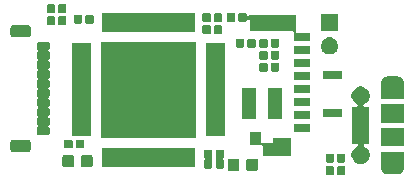
<source format=gbr>
G04 #@! TF.GenerationSoftware,KiCad,Pcbnew,(5.1.2-1)-1*
G04 #@! TF.CreationDate,2020-01-07T18:23:05-05:00*
G04 #@! TF.ProjectId,ARBO Mini,4152424f-204d-4696-9e69-2e6b69636164,rev?*
G04 #@! TF.SameCoordinates,Original*
G04 #@! TF.FileFunction,Soldermask,Top*
G04 #@! TF.FilePolarity,Negative*
%FSLAX46Y46*%
G04 Gerber Fmt 4.6, Leading zero omitted, Abs format (unit mm)*
G04 Created by KiCad (PCBNEW (5.1.2-1)-1) date 2020-01-07 18:23:05*
%MOMM*%
%LPD*%
G04 APERTURE LIST*
%ADD10C,0.100000*%
G04 APERTURE END LIST*
D10*
G36*
X134343538Y-67449716D02*
G01*
X134364157Y-67455971D01*
X134383153Y-67466124D01*
X134399808Y-67479792D01*
X134413476Y-67496447D01*
X134423629Y-67515443D01*
X134429884Y-67536062D01*
X134432600Y-67563640D01*
X134432600Y-68072360D01*
X134429884Y-68099938D01*
X134423629Y-68120557D01*
X134413476Y-68139553D01*
X134399808Y-68156208D01*
X134383153Y-68169876D01*
X134364157Y-68180029D01*
X134343538Y-68186284D01*
X134315960Y-68189000D01*
X133857240Y-68189000D01*
X133829662Y-68186284D01*
X133809043Y-68180029D01*
X133790047Y-68169876D01*
X133773392Y-68156208D01*
X133759724Y-68139553D01*
X133749571Y-68120557D01*
X133743316Y-68099938D01*
X133740600Y-68072360D01*
X133740600Y-67563640D01*
X133743316Y-67536062D01*
X133749571Y-67515443D01*
X133759724Y-67496447D01*
X133773392Y-67479792D01*
X133790047Y-67466124D01*
X133809043Y-67455971D01*
X133829662Y-67449716D01*
X133857240Y-67447000D01*
X134315960Y-67447000D01*
X134343538Y-67449716D01*
X134343538Y-67449716D01*
G37*
G36*
X133373538Y-67449716D02*
G01*
X133394157Y-67455971D01*
X133413153Y-67466124D01*
X133429808Y-67479792D01*
X133443476Y-67496447D01*
X133453629Y-67515443D01*
X133459884Y-67536062D01*
X133462600Y-67563640D01*
X133462600Y-68072360D01*
X133459884Y-68099938D01*
X133453629Y-68120557D01*
X133443476Y-68139553D01*
X133429808Y-68156208D01*
X133413153Y-68169876D01*
X133394157Y-68180029D01*
X133373538Y-68186284D01*
X133345960Y-68189000D01*
X132887240Y-68189000D01*
X132859662Y-68186284D01*
X132839043Y-68180029D01*
X132820047Y-68169876D01*
X132803392Y-68156208D01*
X132789724Y-68139553D01*
X132779571Y-68120557D01*
X132773316Y-68099938D01*
X132770600Y-68072360D01*
X132770600Y-67563640D01*
X132773316Y-67536062D01*
X132779571Y-67515443D01*
X132789724Y-67496447D01*
X132803392Y-67479792D01*
X132820047Y-67466124D01*
X132839043Y-67455971D01*
X132859662Y-67449716D01*
X132887240Y-67447000D01*
X133345960Y-67447000D01*
X133373538Y-67449716D01*
X133373538Y-67449716D01*
G37*
G36*
X139431000Y-67424286D02*
G01*
X139431602Y-67436538D01*
X139434149Y-67462400D01*
X139431602Y-67488262D01*
X139431000Y-67500514D01*
X139431000Y-67573806D01*
X139422043Y-67590564D01*
X139417915Y-67602101D01*
X139403958Y-67648110D01*
X139384354Y-67712736D01*
X139323906Y-67825825D01*
X139242554Y-67924954D01*
X139143425Y-68006306D01*
X139030336Y-68066754D01*
X139011855Y-68072360D01*
X138907618Y-68103980D01*
X138843855Y-68110260D01*
X138811974Y-68113400D01*
X138048026Y-68113400D01*
X138016145Y-68110260D01*
X137952382Y-68103980D01*
X137848145Y-68072360D01*
X137829664Y-68066754D01*
X137716575Y-68006306D01*
X137617446Y-67924954D01*
X137536094Y-67825825D01*
X137475646Y-67712736D01*
X137456042Y-67648110D01*
X137442087Y-67602108D01*
X137432713Y-67579475D01*
X137429000Y-67573918D01*
X137429000Y-67500514D01*
X137428398Y-67488262D01*
X137425851Y-67462400D01*
X137428398Y-67436538D01*
X137429000Y-67424286D01*
X137429000Y-66211400D01*
X139431000Y-66211400D01*
X139431000Y-67424286D01*
X139431000Y-67424286D01*
G37*
G36*
X126885091Y-66788085D02*
G01*
X126919069Y-66798393D01*
X126950390Y-66815134D01*
X126977839Y-66837661D01*
X127000366Y-66865110D01*
X127017107Y-66896431D01*
X127027415Y-66930409D01*
X127031500Y-66971890D01*
X127031500Y-67648110D01*
X127027415Y-67689591D01*
X127017107Y-67723569D01*
X127000366Y-67754890D01*
X126977839Y-67782339D01*
X126950390Y-67804866D01*
X126919069Y-67821607D01*
X126885091Y-67831915D01*
X126843610Y-67836000D01*
X126242390Y-67836000D01*
X126200909Y-67831915D01*
X126166931Y-67821607D01*
X126135610Y-67804866D01*
X126108161Y-67782339D01*
X126085634Y-67754890D01*
X126068893Y-67723569D01*
X126058585Y-67689591D01*
X126054500Y-67648110D01*
X126054500Y-66971890D01*
X126058585Y-66930409D01*
X126068893Y-66896431D01*
X126085634Y-66865110D01*
X126108161Y-66837661D01*
X126135610Y-66815134D01*
X126166931Y-66798393D01*
X126200909Y-66788085D01*
X126242390Y-66784000D01*
X126843610Y-66784000D01*
X126885091Y-66788085D01*
X126885091Y-66788085D01*
G37*
G36*
X125310091Y-66788085D02*
G01*
X125344069Y-66798393D01*
X125375390Y-66815134D01*
X125402839Y-66837661D01*
X125425366Y-66865110D01*
X125442107Y-66896431D01*
X125452415Y-66930409D01*
X125456500Y-66971890D01*
X125456500Y-67648110D01*
X125452415Y-67689591D01*
X125442107Y-67723569D01*
X125425366Y-67754890D01*
X125402839Y-67782339D01*
X125375390Y-67804866D01*
X125344069Y-67821607D01*
X125310091Y-67831915D01*
X125268610Y-67836000D01*
X124667390Y-67836000D01*
X124625909Y-67831915D01*
X124591931Y-67821607D01*
X124560610Y-67804866D01*
X124533161Y-67782339D01*
X124510634Y-67754890D01*
X124493893Y-67723569D01*
X124483585Y-67689591D01*
X124479500Y-67648110D01*
X124479500Y-66971890D01*
X124483585Y-66930409D01*
X124493893Y-66896431D01*
X124510634Y-66865110D01*
X124533161Y-66837661D01*
X124560610Y-66815134D01*
X124591931Y-66798393D01*
X124625909Y-66788085D01*
X124667390Y-66784000D01*
X125268610Y-66784000D01*
X125310091Y-66788085D01*
X125310091Y-66788085D01*
G37*
G36*
X124056538Y-66027316D02*
G01*
X124077157Y-66033571D01*
X124096153Y-66043724D01*
X124112808Y-66057392D01*
X124126476Y-66074047D01*
X124136629Y-66093043D01*
X124142884Y-66113662D01*
X124145600Y-66141240D01*
X124145600Y-66649960D01*
X124142884Y-66677538D01*
X124136629Y-66698157D01*
X124126476Y-66717153D01*
X124109774Y-66737504D01*
X124099178Y-66748100D01*
X124085564Y-66768474D01*
X124076186Y-66791113D01*
X124071405Y-66815146D01*
X124071405Y-66839650D01*
X124076185Y-66863683D01*
X124085562Y-66886322D01*
X124099175Y-66906697D01*
X124109774Y-66917296D01*
X124126476Y-66937647D01*
X124136629Y-66956643D01*
X124142884Y-66977262D01*
X124145600Y-67004840D01*
X124145600Y-67513560D01*
X124142884Y-67541138D01*
X124136629Y-67561757D01*
X124126476Y-67580753D01*
X124112808Y-67597408D01*
X124096153Y-67611076D01*
X124077157Y-67621229D01*
X124056538Y-67627484D01*
X124028960Y-67630200D01*
X123570240Y-67630200D01*
X123542662Y-67627484D01*
X123522043Y-67621229D01*
X123503047Y-67611076D01*
X123486392Y-67597408D01*
X123472724Y-67580753D01*
X123462571Y-67561757D01*
X123456316Y-67541138D01*
X123453600Y-67513560D01*
X123453600Y-67004840D01*
X123456316Y-66977262D01*
X123462571Y-66956643D01*
X123472724Y-66937647D01*
X123489426Y-66917296D01*
X123500022Y-66906700D01*
X123513636Y-66886326D01*
X123523014Y-66863687D01*
X123527795Y-66839654D01*
X123527795Y-66815150D01*
X123523015Y-66791117D01*
X123513638Y-66768478D01*
X123500025Y-66748103D01*
X123489426Y-66737504D01*
X123472724Y-66717153D01*
X123462571Y-66698157D01*
X123456316Y-66677538D01*
X123453600Y-66649960D01*
X123453600Y-66141240D01*
X123456316Y-66113662D01*
X123462571Y-66093043D01*
X123472724Y-66074047D01*
X123486392Y-66057392D01*
X123503047Y-66043724D01*
X123522043Y-66033571D01*
X123542662Y-66027316D01*
X123570240Y-66024600D01*
X124028960Y-66024600D01*
X124056538Y-66027316D01*
X124056538Y-66027316D01*
G37*
G36*
X123086538Y-66027316D02*
G01*
X123107157Y-66033571D01*
X123126153Y-66043724D01*
X123142808Y-66057392D01*
X123156476Y-66074047D01*
X123166629Y-66093043D01*
X123172884Y-66113662D01*
X123175600Y-66141240D01*
X123175600Y-66649960D01*
X123172884Y-66677538D01*
X123166629Y-66698157D01*
X123156476Y-66717153D01*
X123139774Y-66737504D01*
X123129178Y-66748100D01*
X123115564Y-66768474D01*
X123106186Y-66791113D01*
X123101405Y-66815146D01*
X123101405Y-66839650D01*
X123106185Y-66863683D01*
X123115562Y-66886322D01*
X123129175Y-66906697D01*
X123139774Y-66917296D01*
X123156476Y-66937647D01*
X123166629Y-66956643D01*
X123172884Y-66977262D01*
X123175600Y-67004840D01*
X123175600Y-67513560D01*
X123172884Y-67541138D01*
X123166629Y-67561757D01*
X123156476Y-67580753D01*
X123142808Y-67597408D01*
X123126153Y-67611076D01*
X123107157Y-67621229D01*
X123086538Y-67627484D01*
X123058960Y-67630200D01*
X122600240Y-67630200D01*
X122572662Y-67627484D01*
X122552043Y-67621229D01*
X122533047Y-67611076D01*
X122516392Y-67597408D01*
X122502724Y-67580753D01*
X122492571Y-67561757D01*
X122486316Y-67541138D01*
X122483600Y-67513560D01*
X122483600Y-67004840D01*
X122486316Y-66977262D01*
X122492571Y-66956643D01*
X122502724Y-66937647D01*
X122519426Y-66917296D01*
X122530022Y-66906700D01*
X122543636Y-66886326D01*
X122553014Y-66863687D01*
X122557795Y-66839654D01*
X122557795Y-66815150D01*
X122553015Y-66791117D01*
X122543638Y-66768478D01*
X122530025Y-66748103D01*
X122519426Y-66737504D01*
X122502724Y-66717153D01*
X122492571Y-66698157D01*
X122486316Y-66677538D01*
X122483600Y-66649960D01*
X122483600Y-66141240D01*
X122486316Y-66113662D01*
X122492571Y-66093043D01*
X122502724Y-66074047D01*
X122516392Y-66057392D01*
X122533047Y-66043724D01*
X122552043Y-66033571D01*
X122572662Y-66027316D01*
X122600240Y-66024600D01*
X123058960Y-66024600D01*
X123086538Y-66027316D01*
X123086538Y-66027316D01*
G37*
G36*
X112889491Y-66483285D02*
G01*
X112923469Y-66493593D01*
X112954790Y-66510334D01*
X112982239Y-66532861D01*
X113004766Y-66560310D01*
X113021507Y-66591631D01*
X113031815Y-66625609D01*
X113035900Y-66667090D01*
X113035900Y-67343310D01*
X113031815Y-67384791D01*
X113021507Y-67418769D01*
X113004766Y-67450090D01*
X112982239Y-67477539D01*
X112954790Y-67500066D01*
X112923469Y-67516807D01*
X112889491Y-67527115D01*
X112848010Y-67531200D01*
X112246790Y-67531200D01*
X112205309Y-67527115D01*
X112171331Y-67516807D01*
X112140010Y-67500066D01*
X112112561Y-67477539D01*
X112090034Y-67450090D01*
X112073293Y-67418769D01*
X112062985Y-67384791D01*
X112058900Y-67343310D01*
X112058900Y-66667090D01*
X112062985Y-66625609D01*
X112073293Y-66591631D01*
X112090034Y-66560310D01*
X112112561Y-66532861D01*
X112140010Y-66510334D01*
X112171331Y-66493593D01*
X112205309Y-66483285D01*
X112246790Y-66479200D01*
X112848010Y-66479200D01*
X112889491Y-66483285D01*
X112889491Y-66483285D01*
G37*
G36*
X111314491Y-66483285D02*
G01*
X111348469Y-66493593D01*
X111379790Y-66510334D01*
X111407239Y-66532861D01*
X111429766Y-66560310D01*
X111446507Y-66591631D01*
X111456815Y-66625609D01*
X111460900Y-66667090D01*
X111460900Y-67343310D01*
X111456815Y-67384791D01*
X111446507Y-67418769D01*
X111429766Y-67450090D01*
X111407239Y-67477539D01*
X111379790Y-67500066D01*
X111348469Y-67516807D01*
X111314491Y-67527115D01*
X111273010Y-67531200D01*
X110671790Y-67531200D01*
X110630309Y-67527115D01*
X110596331Y-67516807D01*
X110565010Y-67500066D01*
X110537561Y-67477539D01*
X110515034Y-67450090D01*
X110498293Y-67418769D01*
X110487985Y-67384791D01*
X110483900Y-67343310D01*
X110483900Y-66667090D01*
X110487985Y-66625609D01*
X110498293Y-66591631D01*
X110515034Y-66560310D01*
X110537561Y-66532861D01*
X110565010Y-66510334D01*
X110596331Y-66493593D01*
X110630309Y-66483285D01*
X110671790Y-66479200D01*
X111273010Y-66479200D01*
X111314491Y-66483285D01*
X111314491Y-66483285D01*
G37*
G36*
X121731000Y-67461000D02*
G01*
X113829000Y-67461000D01*
X113829000Y-65859000D01*
X121731000Y-65859000D01*
X121731000Y-67461000D01*
X121731000Y-67461000D01*
G37*
G36*
X135956348Y-60716220D02*
G01*
X135956350Y-60716221D01*
X135956351Y-60716221D01*
X136097574Y-60774717D01*
X136097577Y-60774719D01*
X136224669Y-60859639D01*
X136332761Y-60967731D01*
X136405865Y-61077139D01*
X136417683Y-61094826D01*
X136476179Y-61236049D01*
X136476180Y-61236052D01*
X136506000Y-61385969D01*
X136506000Y-61538831D01*
X136489713Y-61620714D01*
X136476179Y-61688751D01*
X136417683Y-61829974D01*
X136417681Y-61829977D01*
X136332761Y-61957069D01*
X136224669Y-62065161D01*
X136139940Y-62121775D01*
X136097574Y-62150083D01*
X136047272Y-62170919D01*
X136025664Y-62182468D01*
X136006722Y-62198014D01*
X135991177Y-62216956D01*
X135979626Y-62238566D01*
X135972513Y-62262015D01*
X135970111Y-62286401D01*
X135972513Y-62310787D01*
X135979626Y-62334236D01*
X135991177Y-62355847D01*
X136006723Y-62374789D01*
X136025665Y-62390334D01*
X136047275Y-62401885D01*
X136070724Y-62408998D01*
X136095110Y-62411400D01*
X136456000Y-62411400D01*
X136456000Y-65513400D01*
X136095110Y-65513400D01*
X136070724Y-65515802D01*
X136047275Y-65522915D01*
X136025664Y-65534466D01*
X136006722Y-65550011D01*
X135991177Y-65568953D01*
X135979626Y-65590564D01*
X135972513Y-65614013D01*
X135970111Y-65638399D01*
X135972513Y-65662785D01*
X135979626Y-65686234D01*
X135991177Y-65707845D01*
X136006722Y-65726787D01*
X136025664Y-65742332D01*
X136047272Y-65753881D01*
X136097574Y-65774717D01*
X136097575Y-65774718D01*
X136224669Y-65859639D01*
X136332761Y-65967731D01*
X136392670Y-66057392D01*
X136417683Y-66094826D01*
X136465969Y-66211400D01*
X136476180Y-66236052D01*
X136506000Y-66385969D01*
X136506000Y-66538831D01*
X136478410Y-66677538D01*
X136476179Y-66688751D01*
X136417683Y-66829974D01*
X136417681Y-66829977D01*
X136332761Y-66957069D01*
X136224669Y-67065161D01*
X136139304Y-67122200D01*
X136097574Y-67150083D01*
X135956351Y-67208579D01*
X135956350Y-67208579D01*
X135956348Y-67208580D01*
X135806431Y-67238400D01*
X135653569Y-67238400D01*
X135503652Y-67208580D01*
X135503650Y-67208579D01*
X135503649Y-67208579D01*
X135362426Y-67150083D01*
X135320696Y-67122200D01*
X135235331Y-67065161D01*
X135127239Y-66957069D01*
X135042319Y-66829977D01*
X135042317Y-66829974D01*
X134983821Y-66688751D01*
X134981591Y-66677538D01*
X134954000Y-66538831D01*
X134954000Y-66385969D01*
X134983820Y-66236052D01*
X134994031Y-66211400D01*
X135042317Y-66094826D01*
X135067330Y-66057392D01*
X135127239Y-65967731D01*
X135235331Y-65859639D01*
X135362425Y-65774718D01*
X135362426Y-65774717D01*
X135412728Y-65753881D01*
X135434336Y-65742332D01*
X135453278Y-65726786D01*
X135468823Y-65707844D01*
X135480374Y-65686234D01*
X135487487Y-65662785D01*
X135489889Y-65638399D01*
X135487487Y-65614013D01*
X135480374Y-65590564D01*
X135468823Y-65568953D01*
X135453277Y-65550011D01*
X135434335Y-65534466D01*
X135412725Y-65522915D01*
X135389276Y-65515802D01*
X135364890Y-65513400D01*
X135004000Y-65513400D01*
X135004000Y-62411400D01*
X135364890Y-62411400D01*
X135389276Y-62408998D01*
X135412725Y-62401885D01*
X135434336Y-62390334D01*
X135453278Y-62374789D01*
X135468823Y-62355847D01*
X135480374Y-62334236D01*
X135487487Y-62310787D01*
X135489889Y-62286401D01*
X135487487Y-62262015D01*
X135480374Y-62238566D01*
X135468823Y-62216955D01*
X135453278Y-62198013D01*
X135434336Y-62182468D01*
X135412728Y-62170919D01*
X135362426Y-62150083D01*
X135320060Y-62121775D01*
X135235331Y-62065161D01*
X135127239Y-61957069D01*
X135042319Y-61829977D01*
X135042317Y-61829974D01*
X134983821Y-61688751D01*
X134970288Y-61620714D01*
X134954000Y-61538831D01*
X134954000Y-61385969D01*
X134983820Y-61236052D01*
X134983821Y-61236049D01*
X135042317Y-61094826D01*
X135054135Y-61077139D01*
X135127239Y-60967731D01*
X135235331Y-60859639D01*
X135362423Y-60774719D01*
X135362426Y-60774717D01*
X135503649Y-60716221D01*
X135503650Y-60716221D01*
X135503652Y-60716220D01*
X135653569Y-60686400D01*
X135806431Y-60686400D01*
X135956348Y-60716220D01*
X135956348Y-60716220D01*
G37*
G36*
X134343538Y-66382916D02*
G01*
X134364157Y-66389171D01*
X134383153Y-66399324D01*
X134399808Y-66412992D01*
X134413476Y-66429647D01*
X134423629Y-66448643D01*
X134429884Y-66469262D01*
X134432600Y-66496840D01*
X134432600Y-67005560D01*
X134429884Y-67033138D01*
X134423629Y-67053757D01*
X134413476Y-67072753D01*
X134399808Y-67089408D01*
X134383153Y-67103076D01*
X134364157Y-67113229D01*
X134343538Y-67119484D01*
X134315960Y-67122200D01*
X133857240Y-67122200D01*
X133829662Y-67119484D01*
X133809043Y-67113229D01*
X133790047Y-67103076D01*
X133773392Y-67089408D01*
X133759724Y-67072753D01*
X133749571Y-67053757D01*
X133743316Y-67033138D01*
X133740600Y-67005560D01*
X133740600Y-66496840D01*
X133743316Y-66469262D01*
X133749571Y-66448643D01*
X133759724Y-66429647D01*
X133773392Y-66412992D01*
X133790047Y-66399324D01*
X133809043Y-66389171D01*
X133829662Y-66382916D01*
X133857240Y-66380200D01*
X134315960Y-66380200D01*
X134343538Y-66382916D01*
X134343538Y-66382916D01*
G37*
G36*
X133373538Y-66382916D02*
G01*
X133394157Y-66389171D01*
X133413153Y-66399324D01*
X133429808Y-66412992D01*
X133443476Y-66429647D01*
X133453629Y-66448643D01*
X133459884Y-66469262D01*
X133462600Y-66496840D01*
X133462600Y-67005560D01*
X133459884Y-67033138D01*
X133453629Y-67053757D01*
X133443476Y-67072753D01*
X133429808Y-67089408D01*
X133413153Y-67103076D01*
X133394157Y-67113229D01*
X133373538Y-67119484D01*
X133345960Y-67122200D01*
X132887240Y-67122200D01*
X132859662Y-67119484D01*
X132839043Y-67113229D01*
X132820047Y-67103076D01*
X132803392Y-67089408D01*
X132789724Y-67072753D01*
X132779571Y-67053757D01*
X132773316Y-67033138D01*
X132770600Y-67005560D01*
X132770600Y-66496840D01*
X132773316Y-66469262D01*
X132779571Y-66448643D01*
X132789724Y-66429647D01*
X132803392Y-66412992D01*
X132820047Y-66399324D01*
X132839043Y-66389171D01*
X132859662Y-66382916D01*
X132887240Y-66380200D01*
X133345960Y-66380200D01*
X133373538Y-66382916D01*
X133373538Y-66382916D01*
G37*
G36*
X127281000Y-65349001D02*
G01*
X127283402Y-65373387D01*
X127290515Y-65396836D01*
X127302066Y-65418447D01*
X127317611Y-65437389D01*
X127336553Y-65452934D01*
X127358164Y-65464485D01*
X127381613Y-65471598D01*
X127405999Y-65474000D01*
X128194001Y-65474000D01*
X128218387Y-65471598D01*
X128241836Y-65464485D01*
X128263447Y-65452934D01*
X128282389Y-65437389D01*
X128297934Y-65418447D01*
X128309485Y-65396836D01*
X128316598Y-65373387D01*
X128319000Y-65349001D01*
X128319000Y-65024000D01*
X129821000Y-65024000D01*
X129821000Y-66576000D01*
X127429000Y-66576000D01*
X127429000Y-65750999D01*
X127426598Y-65726613D01*
X127419485Y-65703164D01*
X127407934Y-65681553D01*
X127392389Y-65662611D01*
X127373447Y-65647066D01*
X127351836Y-65635515D01*
X127328387Y-65628402D01*
X127304001Y-65626000D01*
X126329000Y-65626000D01*
X126329000Y-64574000D01*
X127281000Y-64574000D01*
X127281000Y-65349001D01*
X127281000Y-65349001D01*
G37*
G36*
X107633560Y-65210205D02*
G01*
X107668713Y-65220869D01*
X107701110Y-65238186D01*
X107729509Y-65261491D01*
X107752814Y-65289890D01*
X107770131Y-65322287D01*
X107780795Y-65357440D01*
X107785000Y-65400140D01*
X107785000Y-66013860D01*
X107780795Y-66056560D01*
X107770131Y-66091713D01*
X107752814Y-66124110D01*
X107729509Y-66152509D01*
X107701110Y-66175814D01*
X107668713Y-66193131D01*
X107633560Y-66203795D01*
X107590860Y-66208000D01*
X106277140Y-66208000D01*
X106234440Y-66203795D01*
X106199287Y-66193131D01*
X106166890Y-66175814D01*
X106138491Y-66152509D01*
X106115186Y-66124110D01*
X106097869Y-66091713D01*
X106087205Y-66056560D01*
X106083000Y-66013860D01*
X106083000Y-65400140D01*
X106087205Y-65357440D01*
X106097869Y-65322287D01*
X106115186Y-65289890D01*
X106138491Y-65261491D01*
X106166890Y-65238186D01*
X106199287Y-65220869D01*
X106234440Y-65210205D01*
X106277140Y-65206000D01*
X107590860Y-65206000D01*
X107633560Y-65210205D01*
X107633560Y-65210205D01*
G37*
G36*
X111250138Y-65189116D02*
G01*
X111270757Y-65195371D01*
X111289753Y-65205524D01*
X111306408Y-65219192D01*
X111320076Y-65235847D01*
X111330229Y-65254843D01*
X111336484Y-65275462D01*
X111339200Y-65303040D01*
X111339200Y-65811760D01*
X111336484Y-65839338D01*
X111330229Y-65859957D01*
X111320076Y-65878953D01*
X111306408Y-65895608D01*
X111289753Y-65909276D01*
X111270757Y-65919429D01*
X111250138Y-65925684D01*
X111222560Y-65928400D01*
X110763840Y-65928400D01*
X110736262Y-65925684D01*
X110715643Y-65919429D01*
X110696647Y-65909276D01*
X110679992Y-65895608D01*
X110666324Y-65878953D01*
X110656171Y-65859957D01*
X110649916Y-65839338D01*
X110647200Y-65811760D01*
X110647200Y-65303040D01*
X110649916Y-65275462D01*
X110656171Y-65254843D01*
X110666324Y-65235847D01*
X110679992Y-65219192D01*
X110696647Y-65205524D01*
X110715643Y-65195371D01*
X110736262Y-65189116D01*
X110763840Y-65186400D01*
X111222560Y-65186400D01*
X111250138Y-65189116D01*
X111250138Y-65189116D01*
G37*
G36*
X112220138Y-65189116D02*
G01*
X112240757Y-65195371D01*
X112259753Y-65205524D01*
X112276408Y-65219192D01*
X112290076Y-65235847D01*
X112300229Y-65254843D01*
X112306484Y-65275462D01*
X112309200Y-65303040D01*
X112309200Y-65811760D01*
X112306484Y-65839338D01*
X112300229Y-65859957D01*
X112290076Y-65878953D01*
X112276408Y-65895608D01*
X112259753Y-65909276D01*
X112240757Y-65919429D01*
X112220138Y-65925684D01*
X112192560Y-65928400D01*
X111733840Y-65928400D01*
X111706262Y-65925684D01*
X111685643Y-65919429D01*
X111666647Y-65909276D01*
X111649992Y-65895608D01*
X111636324Y-65878953D01*
X111626171Y-65859957D01*
X111619916Y-65839338D01*
X111617200Y-65811760D01*
X111617200Y-65303040D01*
X111619916Y-65275462D01*
X111626171Y-65254843D01*
X111636324Y-65235847D01*
X111649992Y-65219192D01*
X111666647Y-65205524D01*
X111685643Y-65195371D01*
X111706262Y-65189116D01*
X111733840Y-65186400D01*
X112192560Y-65186400D01*
X112220138Y-65189116D01*
X112220138Y-65189116D01*
G37*
G36*
X139431000Y-65763400D02*
G01*
X137429000Y-65763400D01*
X137429000Y-64161400D01*
X139431000Y-64161400D01*
X139431000Y-65763400D01*
X139431000Y-65763400D01*
G37*
G36*
X121831000Y-65011000D02*
G01*
X113729000Y-65011000D01*
X113729000Y-56909000D01*
X121831000Y-56909000D01*
X121831000Y-65011000D01*
X121831000Y-65011000D01*
G37*
G36*
X112881000Y-64911000D02*
G01*
X111279000Y-64911000D01*
X111279000Y-57009000D01*
X112881000Y-57009000D01*
X112881000Y-64911000D01*
X112881000Y-64911000D01*
G37*
G36*
X124281000Y-64911000D02*
G01*
X122679000Y-64911000D01*
X122679000Y-57009000D01*
X124281000Y-57009000D01*
X124281000Y-64911000D01*
X124281000Y-64911000D01*
G37*
G36*
X109334051Y-56958284D02*
G01*
X109350443Y-56963257D01*
X109365555Y-56971334D01*
X109378798Y-56982202D01*
X109389666Y-56995445D01*
X109397743Y-57010557D01*
X109402716Y-57026949D01*
X109405000Y-57050141D01*
X109405000Y-57463859D01*
X109402716Y-57487051D01*
X109397743Y-57503443D01*
X109389666Y-57518555D01*
X109378798Y-57531798D01*
X109365553Y-57542667D01*
X109357894Y-57546761D01*
X109337520Y-57560374D01*
X109320193Y-57577701D01*
X109306579Y-57598076D01*
X109297202Y-57620714D01*
X109292421Y-57644748D01*
X109292421Y-57669252D01*
X109297201Y-57693285D01*
X109306579Y-57715924D01*
X109320192Y-57736298D01*
X109337519Y-57753625D01*
X109357894Y-57767239D01*
X109365553Y-57771333D01*
X109378798Y-57782202D01*
X109389666Y-57795445D01*
X109397743Y-57810557D01*
X109402716Y-57826949D01*
X109405000Y-57850141D01*
X109405000Y-58263859D01*
X109402716Y-58287051D01*
X109397743Y-58303443D01*
X109389666Y-58318555D01*
X109378798Y-58331798D01*
X109365553Y-58342667D01*
X109357894Y-58346761D01*
X109337520Y-58360374D01*
X109320193Y-58377701D01*
X109306579Y-58398076D01*
X109297202Y-58420714D01*
X109292421Y-58444748D01*
X109292421Y-58469252D01*
X109297201Y-58493285D01*
X109306579Y-58515924D01*
X109320192Y-58536298D01*
X109337519Y-58553625D01*
X109357894Y-58567239D01*
X109365553Y-58571333D01*
X109378798Y-58582202D01*
X109389666Y-58595445D01*
X109397743Y-58610557D01*
X109402716Y-58626949D01*
X109405000Y-58650141D01*
X109405000Y-59063859D01*
X109402716Y-59087051D01*
X109397743Y-59103443D01*
X109389666Y-59118555D01*
X109378798Y-59131798D01*
X109365553Y-59142667D01*
X109357894Y-59146761D01*
X109337520Y-59160374D01*
X109320193Y-59177701D01*
X109306579Y-59198076D01*
X109297202Y-59220714D01*
X109292421Y-59244748D01*
X109292421Y-59269252D01*
X109297201Y-59293285D01*
X109306579Y-59315924D01*
X109320192Y-59336298D01*
X109337519Y-59353625D01*
X109357894Y-59367239D01*
X109365553Y-59371333D01*
X109378798Y-59382202D01*
X109389666Y-59395445D01*
X109397743Y-59410557D01*
X109402716Y-59426949D01*
X109405000Y-59450141D01*
X109405000Y-59863859D01*
X109402716Y-59887051D01*
X109397743Y-59903443D01*
X109389666Y-59918555D01*
X109378798Y-59931798D01*
X109365553Y-59942667D01*
X109357894Y-59946761D01*
X109337520Y-59960374D01*
X109320193Y-59977701D01*
X109306579Y-59998076D01*
X109297202Y-60020714D01*
X109292421Y-60044748D01*
X109292421Y-60069252D01*
X109297201Y-60093285D01*
X109306579Y-60115924D01*
X109320192Y-60136298D01*
X109337519Y-60153625D01*
X109357894Y-60167239D01*
X109365553Y-60171333D01*
X109378798Y-60182202D01*
X109389666Y-60195445D01*
X109397743Y-60210557D01*
X109402716Y-60226949D01*
X109405000Y-60250141D01*
X109405000Y-60663859D01*
X109402716Y-60687051D01*
X109397743Y-60703443D01*
X109389666Y-60718555D01*
X109378798Y-60731798D01*
X109365553Y-60742667D01*
X109357894Y-60746761D01*
X109337520Y-60760374D01*
X109320193Y-60777701D01*
X109306579Y-60798076D01*
X109297202Y-60820714D01*
X109292421Y-60844748D01*
X109292421Y-60869252D01*
X109297201Y-60893285D01*
X109306579Y-60915924D01*
X109320192Y-60936298D01*
X109337519Y-60953625D01*
X109357894Y-60967239D01*
X109365553Y-60971333D01*
X109378798Y-60982202D01*
X109389666Y-60995445D01*
X109397743Y-61010557D01*
X109402716Y-61026949D01*
X109405000Y-61050141D01*
X109405000Y-61463859D01*
X109402716Y-61487051D01*
X109397743Y-61503443D01*
X109389666Y-61518555D01*
X109378798Y-61531798D01*
X109365553Y-61542667D01*
X109357894Y-61546761D01*
X109337520Y-61560374D01*
X109320193Y-61577701D01*
X109306579Y-61598076D01*
X109297202Y-61620714D01*
X109292421Y-61644748D01*
X109292421Y-61669252D01*
X109297201Y-61693285D01*
X109306579Y-61715924D01*
X109320192Y-61736298D01*
X109337519Y-61753625D01*
X109357894Y-61767239D01*
X109365553Y-61771333D01*
X109378798Y-61782202D01*
X109389666Y-61795445D01*
X109397743Y-61810557D01*
X109402716Y-61826949D01*
X109405000Y-61850141D01*
X109405000Y-62263859D01*
X109402716Y-62287051D01*
X109397743Y-62303443D01*
X109389666Y-62318555D01*
X109378798Y-62331798D01*
X109365553Y-62342667D01*
X109357894Y-62346761D01*
X109337520Y-62360374D01*
X109320193Y-62377701D01*
X109306579Y-62398076D01*
X109297202Y-62420714D01*
X109292421Y-62444748D01*
X109292421Y-62469252D01*
X109297201Y-62493285D01*
X109306579Y-62515924D01*
X109320192Y-62536298D01*
X109337519Y-62553625D01*
X109357894Y-62567239D01*
X109365553Y-62571333D01*
X109378798Y-62582202D01*
X109389666Y-62595445D01*
X109397743Y-62610557D01*
X109402716Y-62626949D01*
X109405000Y-62650141D01*
X109405000Y-63063859D01*
X109402716Y-63087051D01*
X109397743Y-63103443D01*
X109389666Y-63118555D01*
X109378798Y-63131798D01*
X109365553Y-63142667D01*
X109357894Y-63146761D01*
X109337520Y-63160374D01*
X109320193Y-63177701D01*
X109306579Y-63198076D01*
X109297202Y-63220714D01*
X109292421Y-63244748D01*
X109292421Y-63269252D01*
X109297201Y-63293285D01*
X109306579Y-63315924D01*
X109320192Y-63336298D01*
X109337519Y-63353625D01*
X109357894Y-63367239D01*
X109365553Y-63371333D01*
X109378798Y-63382202D01*
X109389666Y-63395445D01*
X109397743Y-63410557D01*
X109402716Y-63426949D01*
X109405000Y-63450141D01*
X109405000Y-63863859D01*
X109402716Y-63887051D01*
X109397743Y-63903443D01*
X109389666Y-63918555D01*
X109378798Y-63931798D01*
X109365553Y-63942667D01*
X109357894Y-63946761D01*
X109337520Y-63960374D01*
X109320193Y-63977701D01*
X109306579Y-63998076D01*
X109297202Y-64020714D01*
X109292421Y-64044748D01*
X109292421Y-64069252D01*
X109297201Y-64093285D01*
X109306579Y-64115924D01*
X109320192Y-64136298D01*
X109337519Y-64153625D01*
X109357894Y-64167239D01*
X109365553Y-64171333D01*
X109378798Y-64182202D01*
X109389666Y-64195445D01*
X109397743Y-64210557D01*
X109402716Y-64226949D01*
X109405000Y-64250141D01*
X109405000Y-64663859D01*
X109402716Y-64687051D01*
X109397743Y-64703443D01*
X109389666Y-64718555D01*
X109378798Y-64731798D01*
X109365555Y-64742666D01*
X109350443Y-64750743D01*
X109334051Y-64755716D01*
X109310859Y-64758000D01*
X108397141Y-64758000D01*
X108373949Y-64755716D01*
X108357557Y-64750743D01*
X108342445Y-64742666D01*
X108329202Y-64731798D01*
X108318334Y-64718555D01*
X108310257Y-64703443D01*
X108305284Y-64687051D01*
X108303000Y-64663859D01*
X108303000Y-64250141D01*
X108305284Y-64226949D01*
X108310257Y-64210557D01*
X108318334Y-64195445D01*
X108329202Y-64182202D01*
X108342447Y-64171333D01*
X108350106Y-64167239D01*
X108370480Y-64153626D01*
X108387807Y-64136299D01*
X108401421Y-64115924D01*
X108410798Y-64093286D01*
X108415579Y-64069252D01*
X108415579Y-64044748D01*
X108410799Y-64020715D01*
X108401421Y-63998076D01*
X108387808Y-63977702D01*
X108370481Y-63960375D01*
X108350106Y-63946761D01*
X108342447Y-63942667D01*
X108329202Y-63931798D01*
X108318334Y-63918555D01*
X108310257Y-63903443D01*
X108305284Y-63887051D01*
X108303000Y-63863859D01*
X108303000Y-63450141D01*
X108305284Y-63426949D01*
X108310257Y-63410557D01*
X108318334Y-63395445D01*
X108329202Y-63382202D01*
X108342447Y-63371333D01*
X108350106Y-63367239D01*
X108370480Y-63353626D01*
X108387807Y-63336299D01*
X108401421Y-63315924D01*
X108410798Y-63293286D01*
X108415579Y-63269252D01*
X108415579Y-63244748D01*
X108410799Y-63220715D01*
X108401421Y-63198076D01*
X108387808Y-63177702D01*
X108370481Y-63160375D01*
X108350106Y-63146761D01*
X108342447Y-63142667D01*
X108329202Y-63131798D01*
X108318334Y-63118555D01*
X108310257Y-63103443D01*
X108305284Y-63087051D01*
X108303000Y-63063859D01*
X108303000Y-62650141D01*
X108305284Y-62626949D01*
X108310257Y-62610557D01*
X108318334Y-62595445D01*
X108329202Y-62582202D01*
X108342447Y-62571333D01*
X108350106Y-62567239D01*
X108370480Y-62553626D01*
X108387807Y-62536299D01*
X108401421Y-62515924D01*
X108410798Y-62493286D01*
X108415579Y-62469252D01*
X108415579Y-62444748D01*
X108410799Y-62420715D01*
X108401421Y-62398076D01*
X108387808Y-62377702D01*
X108370481Y-62360375D01*
X108350106Y-62346761D01*
X108342447Y-62342667D01*
X108329202Y-62331798D01*
X108318334Y-62318555D01*
X108310257Y-62303443D01*
X108305284Y-62287051D01*
X108303000Y-62263859D01*
X108303000Y-61850141D01*
X108305284Y-61826949D01*
X108310257Y-61810557D01*
X108318334Y-61795445D01*
X108329202Y-61782202D01*
X108342447Y-61771333D01*
X108350106Y-61767239D01*
X108370480Y-61753626D01*
X108387807Y-61736299D01*
X108401421Y-61715924D01*
X108410798Y-61693286D01*
X108415579Y-61669252D01*
X108415579Y-61644748D01*
X108410799Y-61620715D01*
X108401421Y-61598076D01*
X108387808Y-61577702D01*
X108370481Y-61560375D01*
X108350106Y-61546761D01*
X108342447Y-61542667D01*
X108329202Y-61531798D01*
X108318334Y-61518555D01*
X108310257Y-61503443D01*
X108305284Y-61487051D01*
X108303000Y-61463859D01*
X108303000Y-61050141D01*
X108305284Y-61026949D01*
X108310257Y-61010557D01*
X108318334Y-60995445D01*
X108329202Y-60982202D01*
X108342447Y-60971333D01*
X108350106Y-60967239D01*
X108370480Y-60953626D01*
X108387807Y-60936299D01*
X108401421Y-60915924D01*
X108410798Y-60893286D01*
X108415579Y-60869252D01*
X108415579Y-60844748D01*
X108410799Y-60820715D01*
X108401421Y-60798076D01*
X108387808Y-60777702D01*
X108370481Y-60760375D01*
X108350106Y-60746761D01*
X108342447Y-60742667D01*
X108329202Y-60731798D01*
X108318334Y-60718555D01*
X108310257Y-60703443D01*
X108305284Y-60687051D01*
X108303000Y-60663859D01*
X108303000Y-60250141D01*
X108305284Y-60226949D01*
X108310257Y-60210557D01*
X108318334Y-60195445D01*
X108329202Y-60182202D01*
X108342447Y-60171333D01*
X108350106Y-60167239D01*
X108370480Y-60153626D01*
X108387807Y-60136299D01*
X108401421Y-60115924D01*
X108410798Y-60093286D01*
X108415579Y-60069252D01*
X108415579Y-60044748D01*
X108410799Y-60020715D01*
X108401421Y-59998076D01*
X108387808Y-59977702D01*
X108370481Y-59960375D01*
X108350106Y-59946761D01*
X108342447Y-59942667D01*
X108329202Y-59931798D01*
X108318334Y-59918555D01*
X108310257Y-59903443D01*
X108305284Y-59887051D01*
X108303000Y-59863859D01*
X108303000Y-59450141D01*
X108305284Y-59426949D01*
X108310257Y-59410557D01*
X108318334Y-59395445D01*
X108329202Y-59382202D01*
X108342447Y-59371333D01*
X108350106Y-59367239D01*
X108370480Y-59353626D01*
X108387807Y-59336299D01*
X108401421Y-59315924D01*
X108410798Y-59293286D01*
X108415579Y-59269252D01*
X108415579Y-59244748D01*
X108410799Y-59220715D01*
X108401421Y-59198076D01*
X108387808Y-59177702D01*
X108370481Y-59160375D01*
X108350106Y-59146761D01*
X108342447Y-59142667D01*
X108329202Y-59131798D01*
X108318334Y-59118555D01*
X108310257Y-59103443D01*
X108305284Y-59087051D01*
X108303000Y-59063859D01*
X108303000Y-58650141D01*
X108305284Y-58626949D01*
X108310257Y-58610557D01*
X108318334Y-58595445D01*
X108329202Y-58582202D01*
X108342447Y-58571333D01*
X108350106Y-58567239D01*
X108370480Y-58553626D01*
X108387807Y-58536299D01*
X108401421Y-58515924D01*
X108410798Y-58493286D01*
X108415579Y-58469252D01*
X108415579Y-58444748D01*
X108410799Y-58420715D01*
X108401421Y-58398076D01*
X108387808Y-58377702D01*
X108370481Y-58360375D01*
X108350106Y-58346761D01*
X108342447Y-58342667D01*
X108329202Y-58331798D01*
X108318334Y-58318555D01*
X108310257Y-58303443D01*
X108305284Y-58287051D01*
X108303000Y-58263859D01*
X108303000Y-57850141D01*
X108305284Y-57826949D01*
X108310257Y-57810557D01*
X108318334Y-57795445D01*
X108329202Y-57782202D01*
X108342447Y-57771333D01*
X108350106Y-57767239D01*
X108370480Y-57753626D01*
X108387807Y-57736299D01*
X108401421Y-57715924D01*
X108410798Y-57693286D01*
X108415579Y-57669252D01*
X108415579Y-57644748D01*
X108410799Y-57620715D01*
X108401421Y-57598076D01*
X108387808Y-57577702D01*
X108370481Y-57560375D01*
X108350106Y-57546761D01*
X108342447Y-57542667D01*
X108329202Y-57531798D01*
X108318334Y-57518555D01*
X108310257Y-57503443D01*
X108305284Y-57487051D01*
X108303000Y-57463859D01*
X108303000Y-57050141D01*
X108305284Y-57026949D01*
X108310257Y-57010557D01*
X108318334Y-56995445D01*
X108329202Y-56982202D01*
X108342445Y-56971334D01*
X108357557Y-56963257D01*
X108373949Y-56958284D01*
X108397141Y-56956000D01*
X109310859Y-56956000D01*
X109334051Y-56958284D01*
X109334051Y-56958284D01*
G37*
G36*
X131431000Y-64526000D02*
G01*
X130079000Y-64526000D01*
X130079000Y-63824000D01*
X131431000Y-63824000D01*
X131431000Y-64526000D01*
X131431000Y-64526000D01*
G37*
G36*
X139431000Y-63763400D02*
G01*
X137429000Y-63763400D01*
X137429000Y-62161400D01*
X139431000Y-62161400D01*
X139431000Y-63763400D01*
X139431000Y-63763400D01*
G37*
G36*
X126862000Y-63429000D02*
G01*
X125700000Y-63429000D01*
X125700000Y-60777000D01*
X126862000Y-60777000D01*
X126862000Y-63429000D01*
X126862000Y-63429000D01*
G37*
G36*
X129062000Y-63429000D02*
G01*
X127900000Y-63429000D01*
X127900000Y-60777000D01*
X129062000Y-60777000D01*
X129062000Y-63429000D01*
X129062000Y-63429000D01*
G37*
G36*
X131431000Y-63426000D02*
G01*
X130079000Y-63426000D01*
X130079000Y-62724000D01*
X131431000Y-62724000D01*
X131431000Y-63426000D01*
X131431000Y-63426000D01*
G37*
G36*
X134151000Y-63266000D02*
G01*
X132549000Y-63266000D01*
X132549000Y-62614000D01*
X134151000Y-62614000D01*
X134151000Y-63266000D01*
X134151000Y-63266000D01*
G37*
G36*
X131431000Y-62326000D02*
G01*
X130079000Y-62326000D01*
X130079000Y-61624000D01*
X131431000Y-61624000D01*
X131431000Y-62326000D01*
X131431000Y-62326000D01*
G37*
G36*
X138843855Y-59814540D02*
G01*
X138907618Y-59820820D01*
X138998404Y-59848360D01*
X139030336Y-59858046D01*
X139143425Y-59918494D01*
X139242554Y-59999846D01*
X139323906Y-60098975D01*
X139384354Y-60212064D01*
X139384355Y-60212068D01*
X139417913Y-60322692D01*
X139427287Y-60345325D01*
X139431000Y-60350882D01*
X139431000Y-60424286D01*
X139431602Y-60436538D01*
X139434149Y-60462400D01*
X139431602Y-60488262D01*
X139431000Y-60500514D01*
X139431000Y-61713400D01*
X137429000Y-61713400D01*
X137429000Y-60500514D01*
X137428398Y-60488262D01*
X137425851Y-60462400D01*
X137428398Y-60436538D01*
X137429000Y-60424286D01*
X137429000Y-60350994D01*
X137437957Y-60334236D01*
X137442085Y-60322699D01*
X137475645Y-60212068D01*
X137475646Y-60212064D01*
X137536094Y-60098975D01*
X137617446Y-59999846D01*
X137716575Y-59918494D01*
X137829664Y-59858046D01*
X137861596Y-59848360D01*
X137952382Y-59820820D01*
X138016145Y-59814540D01*
X138048026Y-59811400D01*
X138811974Y-59811400D01*
X138843855Y-59814540D01*
X138843855Y-59814540D01*
G37*
G36*
X131431000Y-61226000D02*
G01*
X130079000Y-61226000D01*
X130079000Y-60524000D01*
X131431000Y-60524000D01*
X131431000Y-61226000D01*
X131431000Y-61226000D01*
G37*
G36*
X131431000Y-60126000D02*
G01*
X130079000Y-60126000D01*
X130079000Y-59424000D01*
X131431000Y-59424000D01*
X131431000Y-60126000D01*
X131431000Y-60126000D01*
G37*
G36*
X134151000Y-60016000D02*
G01*
X132549000Y-60016000D01*
X132549000Y-59364000D01*
X134151000Y-59364000D01*
X134151000Y-60016000D01*
X134151000Y-60016000D01*
G37*
G36*
X127764938Y-58686716D02*
G01*
X127785557Y-58692971D01*
X127804553Y-58703124D01*
X127821208Y-58716792D01*
X127834876Y-58733447D01*
X127845029Y-58752443D01*
X127851284Y-58773062D01*
X127854000Y-58800640D01*
X127854000Y-59309360D01*
X127851284Y-59336938D01*
X127845029Y-59357557D01*
X127834876Y-59376553D01*
X127821208Y-59393208D01*
X127804553Y-59406876D01*
X127785557Y-59417029D01*
X127764938Y-59423284D01*
X127737360Y-59426000D01*
X127278640Y-59426000D01*
X127251062Y-59423284D01*
X127230443Y-59417029D01*
X127211447Y-59406876D01*
X127194792Y-59393208D01*
X127181124Y-59376553D01*
X127170971Y-59357557D01*
X127164716Y-59336938D01*
X127162000Y-59309360D01*
X127162000Y-58800640D01*
X127164716Y-58773062D01*
X127170971Y-58752443D01*
X127181124Y-58733447D01*
X127194792Y-58716792D01*
X127211447Y-58703124D01*
X127230443Y-58692971D01*
X127251062Y-58686716D01*
X127278640Y-58684000D01*
X127737360Y-58684000D01*
X127764938Y-58686716D01*
X127764938Y-58686716D01*
G37*
G36*
X128734938Y-58686716D02*
G01*
X128755557Y-58692971D01*
X128774553Y-58703124D01*
X128791208Y-58716792D01*
X128804876Y-58733447D01*
X128815029Y-58752443D01*
X128821284Y-58773062D01*
X128824000Y-58800640D01*
X128824000Y-59309360D01*
X128821284Y-59336938D01*
X128815029Y-59357557D01*
X128804876Y-59376553D01*
X128791208Y-59393208D01*
X128774553Y-59406876D01*
X128755557Y-59417029D01*
X128734938Y-59423284D01*
X128707360Y-59426000D01*
X128248640Y-59426000D01*
X128221062Y-59423284D01*
X128200443Y-59417029D01*
X128181447Y-59406876D01*
X128164792Y-59393208D01*
X128151124Y-59376553D01*
X128140971Y-59357557D01*
X128134716Y-59336938D01*
X128132000Y-59309360D01*
X128132000Y-58800640D01*
X128134716Y-58773062D01*
X128140971Y-58752443D01*
X128151124Y-58733447D01*
X128164792Y-58716792D01*
X128181447Y-58703124D01*
X128200443Y-58692971D01*
X128221062Y-58686716D01*
X128248640Y-58684000D01*
X128707360Y-58684000D01*
X128734938Y-58686716D01*
X128734938Y-58686716D01*
G37*
G36*
X131431000Y-59026000D02*
G01*
X130079000Y-59026000D01*
X130079000Y-58324000D01*
X131431000Y-58324000D01*
X131431000Y-59026000D01*
X131431000Y-59026000D01*
G37*
G36*
X128734938Y-57670716D02*
G01*
X128755557Y-57676971D01*
X128774553Y-57687124D01*
X128791208Y-57700792D01*
X128804876Y-57717447D01*
X128815029Y-57736443D01*
X128821284Y-57757062D01*
X128824000Y-57784640D01*
X128824000Y-58293360D01*
X128821284Y-58320938D01*
X128815029Y-58341557D01*
X128804876Y-58360553D01*
X128791208Y-58377208D01*
X128774553Y-58390876D01*
X128755557Y-58401029D01*
X128734938Y-58407284D01*
X128707360Y-58410000D01*
X128248640Y-58410000D01*
X128221062Y-58407284D01*
X128200443Y-58401029D01*
X128181447Y-58390876D01*
X128164792Y-58377208D01*
X128151124Y-58360553D01*
X128140971Y-58341557D01*
X128134716Y-58320938D01*
X128132000Y-58293360D01*
X128132000Y-57784640D01*
X128134716Y-57757062D01*
X128140971Y-57736443D01*
X128151124Y-57717447D01*
X128164792Y-57700792D01*
X128181447Y-57687124D01*
X128200443Y-57676971D01*
X128221062Y-57670716D01*
X128248640Y-57668000D01*
X128707360Y-57668000D01*
X128734938Y-57670716D01*
X128734938Y-57670716D01*
G37*
G36*
X127764938Y-57670716D02*
G01*
X127785557Y-57676971D01*
X127804553Y-57687124D01*
X127821208Y-57700792D01*
X127834876Y-57717447D01*
X127845029Y-57736443D01*
X127851284Y-57757062D01*
X127854000Y-57784640D01*
X127854000Y-58293360D01*
X127851284Y-58320938D01*
X127845029Y-58341557D01*
X127834876Y-58360553D01*
X127821208Y-58377208D01*
X127804553Y-58390876D01*
X127785557Y-58401029D01*
X127764938Y-58407284D01*
X127737360Y-58410000D01*
X127278640Y-58410000D01*
X127251062Y-58407284D01*
X127230443Y-58401029D01*
X127211447Y-58390876D01*
X127194792Y-58377208D01*
X127181124Y-58360553D01*
X127170971Y-58341557D01*
X127164716Y-58320938D01*
X127162000Y-58293360D01*
X127162000Y-57784640D01*
X127164716Y-57757062D01*
X127170971Y-57736443D01*
X127181124Y-57717447D01*
X127194792Y-57700792D01*
X127211447Y-57687124D01*
X127230443Y-57676971D01*
X127251062Y-57670716D01*
X127278640Y-57668000D01*
X127737360Y-57668000D01*
X127764938Y-57670716D01*
X127764938Y-57670716D01*
G37*
G36*
X133167213Y-56522502D02*
G01*
X133238321Y-56529505D01*
X133375172Y-56571019D01*
X133375175Y-56571020D01*
X133501294Y-56638432D01*
X133611843Y-56729157D01*
X133702568Y-56839706D01*
X133769980Y-56965825D01*
X133769981Y-56965828D01*
X133811495Y-57102679D01*
X133825512Y-57245000D01*
X133811495Y-57387321D01*
X133776269Y-57503443D01*
X133769980Y-57524175D01*
X133702568Y-57650294D01*
X133611843Y-57760843D01*
X133501294Y-57851568D01*
X133375175Y-57918980D01*
X133375172Y-57918981D01*
X133238321Y-57960495D01*
X133167213Y-57967498D01*
X133131660Y-57971000D01*
X133060340Y-57971000D01*
X133024787Y-57967498D01*
X132953679Y-57960495D01*
X132816828Y-57918981D01*
X132816825Y-57918980D01*
X132690706Y-57851568D01*
X132580157Y-57760843D01*
X132489432Y-57650294D01*
X132422020Y-57524175D01*
X132415731Y-57503443D01*
X132380505Y-57387321D01*
X132366488Y-57245000D01*
X132380505Y-57102679D01*
X132422019Y-56965828D01*
X132422020Y-56965825D01*
X132489432Y-56839706D01*
X132580157Y-56729157D01*
X132690706Y-56638432D01*
X132816825Y-56571020D01*
X132816828Y-56571019D01*
X132953679Y-56529505D01*
X133024787Y-56522502D01*
X133060340Y-56519000D01*
X133131660Y-56519000D01*
X133167213Y-56522502D01*
X133167213Y-56522502D01*
G37*
G36*
X131431000Y-57926000D02*
G01*
X130079000Y-57926000D01*
X130079000Y-57224000D01*
X131431000Y-57224000D01*
X131431000Y-57926000D01*
X131431000Y-57926000D01*
G37*
G36*
X125778938Y-56654716D02*
G01*
X125799557Y-56660971D01*
X125818553Y-56671124D01*
X125835208Y-56684792D01*
X125848876Y-56701447D01*
X125859029Y-56720443D01*
X125865284Y-56741062D01*
X125868000Y-56768640D01*
X125868000Y-57277360D01*
X125865284Y-57304938D01*
X125859029Y-57325557D01*
X125848876Y-57344553D01*
X125835208Y-57361208D01*
X125818553Y-57374876D01*
X125799557Y-57385029D01*
X125778938Y-57391284D01*
X125751360Y-57394000D01*
X125292640Y-57394000D01*
X125265062Y-57391284D01*
X125244443Y-57385029D01*
X125225447Y-57374876D01*
X125208792Y-57361208D01*
X125195124Y-57344553D01*
X125184971Y-57325557D01*
X125178716Y-57304938D01*
X125176000Y-57277360D01*
X125176000Y-56768640D01*
X125178716Y-56741062D01*
X125184971Y-56720443D01*
X125195124Y-56701447D01*
X125208792Y-56684792D01*
X125225447Y-56671124D01*
X125244443Y-56660971D01*
X125265062Y-56654716D01*
X125292640Y-56652000D01*
X125751360Y-56652000D01*
X125778938Y-56654716D01*
X125778938Y-56654716D01*
G37*
G36*
X126748938Y-56654716D02*
G01*
X126769557Y-56660971D01*
X126788553Y-56671124D01*
X126805208Y-56684792D01*
X126818876Y-56701447D01*
X126829029Y-56720443D01*
X126835284Y-56741062D01*
X126838000Y-56768640D01*
X126838000Y-57277360D01*
X126835284Y-57304938D01*
X126829029Y-57325557D01*
X126818876Y-57344553D01*
X126805208Y-57361208D01*
X126788553Y-57374876D01*
X126769557Y-57385029D01*
X126748938Y-57391284D01*
X126721360Y-57394000D01*
X126262640Y-57394000D01*
X126235062Y-57391284D01*
X126214443Y-57385029D01*
X126195447Y-57374876D01*
X126178792Y-57361208D01*
X126165124Y-57344553D01*
X126154971Y-57325557D01*
X126148716Y-57304938D01*
X126146000Y-57277360D01*
X126146000Y-56768640D01*
X126148716Y-56741062D01*
X126154971Y-56720443D01*
X126165124Y-56701447D01*
X126178792Y-56684792D01*
X126195447Y-56671124D01*
X126214443Y-56660971D01*
X126235062Y-56654716D01*
X126262640Y-56652000D01*
X126721360Y-56652000D01*
X126748938Y-56654716D01*
X126748938Y-56654716D01*
G37*
G36*
X127764938Y-56654716D02*
G01*
X127785557Y-56660971D01*
X127804553Y-56671124D01*
X127821208Y-56684792D01*
X127834876Y-56701447D01*
X127845029Y-56720443D01*
X127851284Y-56741062D01*
X127854000Y-56768640D01*
X127854000Y-57277360D01*
X127851284Y-57304938D01*
X127845029Y-57325557D01*
X127834876Y-57344553D01*
X127821208Y-57361208D01*
X127804553Y-57374876D01*
X127785557Y-57385029D01*
X127764938Y-57391284D01*
X127737360Y-57394000D01*
X127278640Y-57394000D01*
X127251062Y-57391284D01*
X127230443Y-57385029D01*
X127211447Y-57374876D01*
X127194792Y-57361208D01*
X127181124Y-57344553D01*
X127170971Y-57325557D01*
X127164716Y-57304938D01*
X127162000Y-57277360D01*
X127162000Y-56768640D01*
X127164716Y-56741062D01*
X127170971Y-56720443D01*
X127181124Y-56701447D01*
X127194792Y-56684792D01*
X127211447Y-56671124D01*
X127230443Y-56660971D01*
X127251062Y-56654716D01*
X127278640Y-56652000D01*
X127737360Y-56652000D01*
X127764938Y-56654716D01*
X127764938Y-56654716D01*
G37*
G36*
X128734938Y-56654716D02*
G01*
X128755557Y-56660971D01*
X128774553Y-56671124D01*
X128791208Y-56684792D01*
X128804876Y-56701447D01*
X128815029Y-56720443D01*
X128821284Y-56741062D01*
X128824000Y-56768640D01*
X128824000Y-57277360D01*
X128821284Y-57304938D01*
X128815029Y-57325557D01*
X128804876Y-57344553D01*
X128791208Y-57361208D01*
X128774553Y-57374876D01*
X128755557Y-57385029D01*
X128734938Y-57391284D01*
X128707360Y-57394000D01*
X128248640Y-57394000D01*
X128221062Y-57391284D01*
X128200443Y-57385029D01*
X128181447Y-57374876D01*
X128164792Y-57361208D01*
X128151124Y-57344553D01*
X128140971Y-57325557D01*
X128134716Y-57304938D01*
X128132000Y-57277360D01*
X128132000Y-56768640D01*
X128134716Y-56741062D01*
X128140971Y-56720443D01*
X128151124Y-56701447D01*
X128164792Y-56684792D01*
X128181447Y-56671124D01*
X128200443Y-56660971D01*
X128221062Y-56654716D01*
X128248640Y-56652000D01*
X128707360Y-56652000D01*
X128734938Y-56654716D01*
X128734938Y-56654716D01*
G37*
G36*
X125986938Y-54470316D02*
G01*
X126007557Y-54476571D01*
X126026553Y-54486724D01*
X126043208Y-54500392D01*
X126056876Y-54517047D01*
X126067029Y-54536043D01*
X126073284Y-54556662D01*
X126074604Y-54570066D01*
X126079384Y-54594099D01*
X126088762Y-54616738D01*
X126102375Y-54637112D01*
X126119702Y-54654439D01*
X126140076Y-54668053D01*
X126162715Y-54677430D01*
X126186749Y-54682211D01*
X126211253Y-54682211D01*
X126235286Y-54677431D01*
X126243569Y-54674000D01*
X130216000Y-54674000D01*
X130216000Y-55999001D01*
X130218402Y-56023387D01*
X130225515Y-56046836D01*
X130237066Y-56068447D01*
X130252611Y-56087389D01*
X130271553Y-56102934D01*
X130293164Y-56114485D01*
X130316613Y-56121598D01*
X130340999Y-56124000D01*
X131431000Y-56124000D01*
X131431000Y-56826000D01*
X130079000Y-56826000D01*
X130079000Y-56100999D01*
X130076598Y-56076613D01*
X130069485Y-56053164D01*
X130057934Y-56031553D01*
X130042389Y-56012611D01*
X130023447Y-55997066D01*
X130001836Y-55985515D01*
X129978387Y-55978402D01*
X129954001Y-55976000D01*
X126324000Y-55976000D01*
X126324000Y-55119386D01*
X126321598Y-55095000D01*
X126314485Y-55071551D01*
X126302934Y-55049940D01*
X126287389Y-55030998D01*
X126268447Y-55015453D01*
X126246836Y-55003902D01*
X126223387Y-54996789D01*
X126199001Y-54994387D01*
X126174615Y-54996789D01*
X126151166Y-55003902D01*
X126129555Y-55015453D01*
X126110613Y-55030998D01*
X126095068Y-55049940D01*
X126083517Y-55071551D01*
X126076404Y-55095000D01*
X126074604Y-55107134D01*
X126073284Y-55120538D01*
X126067029Y-55141157D01*
X126056876Y-55160153D01*
X126043208Y-55176808D01*
X126026553Y-55190476D01*
X126007557Y-55200629D01*
X125986938Y-55206884D01*
X125959360Y-55209600D01*
X125500640Y-55209600D01*
X125473062Y-55206884D01*
X125452443Y-55200629D01*
X125433447Y-55190476D01*
X125416792Y-55176808D01*
X125403124Y-55160153D01*
X125392971Y-55141157D01*
X125386716Y-55120538D01*
X125384000Y-55092960D01*
X125384000Y-54584240D01*
X125386716Y-54556662D01*
X125392971Y-54536043D01*
X125403124Y-54517047D01*
X125416792Y-54500392D01*
X125433447Y-54486724D01*
X125452443Y-54476571D01*
X125473062Y-54470316D01*
X125500640Y-54467600D01*
X125959360Y-54467600D01*
X125986938Y-54470316D01*
X125986938Y-54470316D01*
G37*
G36*
X107633560Y-55510205D02*
G01*
X107668713Y-55520869D01*
X107701110Y-55538186D01*
X107729509Y-55561491D01*
X107752814Y-55589890D01*
X107770131Y-55622287D01*
X107780795Y-55657440D01*
X107785000Y-55700140D01*
X107785000Y-56313860D01*
X107780795Y-56356560D01*
X107770131Y-56391713D01*
X107752814Y-56424110D01*
X107729509Y-56452509D01*
X107701110Y-56475814D01*
X107668713Y-56493131D01*
X107633560Y-56503795D01*
X107590860Y-56508000D01*
X106277140Y-56508000D01*
X106234440Y-56503795D01*
X106199287Y-56493131D01*
X106166890Y-56475814D01*
X106138491Y-56452509D01*
X106115186Y-56424110D01*
X106097869Y-56391713D01*
X106087205Y-56356560D01*
X106083000Y-56313860D01*
X106083000Y-55700140D01*
X106087205Y-55657440D01*
X106097869Y-55622287D01*
X106115186Y-55589890D01*
X106138491Y-55561491D01*
X106166890Y-55538186D01*
X106199287Y-55520869D01*
X106234440Y-55510205D01*
X106277140Y-55506000D01*
X107590860Y-55506000D01*
X107633560Y-55510205D01*
X107633560Y-55510205D01*
G37*
G36*
X122938938Y-55511716D02*
G01*
X122959557Y-55517971D01*
X122978553Y-55528124D01*
X122995208Y-55541792D01*
X123008876Y-55558447D01*
X123019029Y-55577443D01*
X123025284Y-55598062D01*
X123028000Y-55625640D01*
X123028000Y-56134360D01*
X123025284Y-56161938D01*
X123019029Y-56182557D01*
X123008876Y-56201553D01*
X122995208Y-56218208D01*
X122978553Y-56231876D01*
X122959557Y-56242029D01*
X122938938Y-56248284D01*
X122911360Y-56251000D01*
X122452640Y-56251000D01*
X122425062Y-56248284D01*
X122404443Y-56242029D01*
X122385447Y-56231876D01*
X122368792Y-56218208D01*
X122355124Y-56201553D01*
X122344971Y-56182557D01*
X122338716Y-56161938D01*
X122336000Y-56134360D01*
X122336000Y-55625640D01*
X122338716Y-55598062D01*
X122344971Y-55577443D01*
X122355124Y-55558447D01*
X122368792Y-55541792D01*
X122385447Y-55528124D01*
X122404443Y-55517971D01*
X122425062Y-55511716D01*
X122452640Y-55509000D01*
X122911360Y-55509000D01*
X122938938Y-55511716D01*
X122938938Y-55511716D01*
G37*
G36*
X123908938Y-55511716D02*
G01*
X123929557Y-55517971D01*
X123948553Y-55528124D01*
X123965208Y-55541792D01*
X123978876Y-55558447D01*
X123989029Y-55577443D01*
X123995284Y-55598062D01*
X123998000Y-55625640D01*
X123998000Y-56134360D01*
X123995284Y-56161938D01*
X123989029Y-56182557D01*
X123978876Y-56201553D01*
X123965208Y-56218208D01*
X123948553Y-56231876D01*
X123929557Y-56242029D01*
X123908938Y-56248284D01*
X123881360Y-56251000D01*
X123422640Y-56251000D01*
X123395062Y-56248284D01*
X123374443Y-56242029D01*
X123355447Y-56231876D01*
X123338792Y-56218208D01*
X123325124Y-56201553D01*
X123314971Y-56182557D01*
X123308716Y-56161938D01*
X123306000Y-56134360D01*
X123306000Y-55625640D01*
X123308716Y-55598062D01*
X123314971Y-55577443D01*
X123325124Y-55558447D01*
X123338792Y-55541792D01*
X123355447Y-55528124D01*
X123374443Y-55517971D01*
X123395062Y-55511716D01*
X123422640Y-55509000D01*
X123881360Y-55509000D01*
X123908938Y-55511716D01*
X123908938Y-55511716D01*
G37*
G36*
X121731000Y-56061000D02*
G01*
X113829000Y-56061000D01*
X113829000Y-54459000D01*
X121731000Y-54459000D01*
X121731000Y-56061000D01*
X121731000Y-56061000D01*
G37*
G36*
X133822000Y-55971000D02*
G01*
X132370000Y-55971000D01*
X132370000Y-54519000D01*
X133822000Y-54519000D01*
X133822000Y-55971000D01*
X133822000Y-55971000D01*
G37*
G36*
X110726338Y-54749716D02*
G01*
X110746957Y-54755971D01*
X110765953Y-54766124D01*
X110782608Y-54779792D01*
X110796276Y-54796447D01*
X110806429Y-54815443D01*
X110812684Y-54836062D01*
X110815400Y-54863640D01*
X110815400Y-55372360D01*
X110812684Y-55399938D01*
X110806429Y-55420557D01*
X110796276Y-55439553D01*
X110782608Y-55456208D01*
X110765953Y-55469876D01*
X110746957Y-55480029D01*
X110726338Y-55486284D01*
X110698760Y-55489000D01*
X110240040Y-55489000D01*
X110212462Y-55486284D01*
X110191843Y-55480029D01*
X110172847Y-55469876D01*
X110156192Y-55456208D01*
X110142524Y-55439553D01*
X110132371Y-55420557D01*
X110126116Y-55399938D01*
X110123400Y-55372360D01*
X110123400Y-54863640D01*
X110126116Y-54836062D01*
X110132371Y-54815443D01*
X110142524Y-54796447D01*
X110156192Y-54779792D01*
X110172847Y-54766124D01*
X110191843Y-54755971D01*
X110212462Y-54749716D01*
X110240040Y-54747000D01*
X110698760Y-54747000D01*
X110726338Y-54749716D01*
X110726338Y-54749716D01*
G37*
G36*
X109756338Y-54749716D02*
G01*
X109776957Y-54755971D01*
X109795953Y-54766124D01*
X109812608Y-54779792D01*
X109826276Y-54796447D01*
X109836429Y-54815443D01*
X109842684Y-54836062D01*
X109845400Y-54863640D01*
X109845400Y-55372360D01*
X109842684Y-55399938D01*
X109836429Y-55420557D01*
X109826276Y-55439553D01*
X109812608Y-55456208D01*
X109795953Y-55469876D01*
X109776957Y-55480029D01*
X109756338Y-55486284D01*
X109728760Y-55489000D01*
X109270040Y-55489000D01*
X109242462Y-55486284D01*
X109221843Y-55480029D01*
X109202847Y-55469876D01*
X109186192Y-55456208D01*
X109172524Y-55439553D01*
X109162371Y-55420557D01*
X109156116Y-55399938D01*
X109153400Y-55372360D01*
X109153400Y-54863640D01*
X109156116Y-54836062D01*
X109162371Y-54815443D01*
X109172524Y-54796447D01*
X109186192Y-54779792D01*
X109202847Y-54766124D01*
X109221843Y-54755971D01*
X109242462Y-54749716D01*
X109270040Y-54747000D01*
X109728760Y-54747000D01*
X109756338Y-54749716D01*
X109756338Y-54749716D01*
G37*
G36*
X113032938Y-54622716D02*
G01*
X113053557Y-54628971D01*
X113072553Y-54639124D01*
X113089208Y-54652792D01*
X113102876Y-54669447D01*
X113113029Y-54688443D01*
X113119284Y-54709062D01*
X113122000Y-54736640D01*
X113122000Y-55245360D01*
X113119284Y-55272938D01*
X113113029Y-55293557D01*
X113102876Y-55312553D01*
X113089208Y-55329208D01*
X113072553Y-55342876D01*
X113053557Y-55353029D01*
X113032938Y-55359284D01*
X113005360Y-55362000D01*
X112546640Y-55362000D01*
X112519062Y-55359284D01*
X112498443Y-55353029D01*
X112479447Y-55342876D01*
X112462792Y-55329208D01*
X112449124Y-55312553D01*
X112438971Y-55293557D01*
X112432716Y-55272938D01*
X112430000Y-55245360D01*
X112430000Y-54736640D01*
X112432716Y-54709062D01*
X112438971Y-54688443D01*
X112449124Y-54669447D01*
X112462792Y-54652792D01*
X112479447Y-54639124D01*
X112498443Y-54628971D01*
X112519062Y-54622716D01*
X112546640Y-54620000D01*
X113005360Y-54620000D01*
X113032938Y-54622716D01*
X113032938Y-54622716D01*
G37*
G36*
X112062938Y-54622716D02*
G01*
X112083557Y-54628971D01*
X112102553Y-54639124D01*
X112119208Y-54652792D01*
X112132876Y-54669447D01*
X112143029Y-54688443D01*
X112149284Y-54709062D01*
X112152000Y-54736640D01*
X112152000Y-55245360D01*
X112149284Y-55272938D01*
X112143029Y-55293557D01*
X112132876Y-55312553D01*
X112119208Y-55329208D01*
X112102553Y-55342876D01*
X112083557Y-55353029D01*
X112062938Y-55359284D01*
X112035360Y-55362000D01*
X111576640Y-55362000D01*
X111549062Y-55359284D01*
X111528443Y-55353029D01*
X111509447Y-55342876D01*
X111492792Y-55329208D01*
X111479124Y-55312553D01*
X111468971Y-55293557D01*
X111462716Y-55272938D01*
X111460000Y-55245360D01*
X111460000Y-54736640D01*
X111462716Y-54709062D01*
X111468971Y-54688443D01*
X111479124Y-54669447D01*
X111492792Y-54652792D01*
X111509447Y-54639124D01*
X111528443Y-54628971D01*
X111549062Y-54622716D01*
X111576640Y-54620000D01*
X112035360Y-54620000D01*
X112062938Y-54622716D01*
X112062938Y-54622716D01*
G37*
G36*
X123908938Y-54495716D02*
G01*
X123929557Y-54501971D01*
X123948553Y-54512124D01*
X123965208Y-54525792D01*
X123978876Y-54542447D01*
X123989029Y-54561443D01*
X123995284Y-54582062D01*
X123998000Y-54609640D01*
X123998000Y-55118360D01*
X123995284Y-55145938D01*
X123989029Y-55166557D01*
X123978876Y-55185553D01*
X123965208Y-55202208D01*
X123948553Y-55215876D01*
X123929557Y-55226029D01*
X123908938Y-55232284D01*
X123881360Y-55235000D01*
X123422640Y-55235000D01*
X123395062Y-55232284D01*
X123374443Y-55226029D01*
X123355447Y-55215876D01*
X123338792Y-55202208D01*
X123325124Y-55185553D01*
X123314971Y-55166557D01*
X123308716Y-55145938D01*
X123306000Y-55118360D01*
X123306000Y-54609640D01*
X123308716Y-54582062D01*
X123314971Y-54561443D01*
X123325124Y-54542447D01*
X123338792Y-54525792D01*
X123355447Y-54512124D01*
X123374443Y-54501971D01*
X123395062Y-54495716D01*
X123422640Y-54493000D01*
X123881360Y-54493000D01*
X123908938Y-54495716D01*
X123908938Y-54495716D01*
G37*
G36*
X122938938Y-54495716D02*
G01*
X122959557Y-54501971D01*
X122978553Y-54512124D01*
X122995208Y-54525792D01*
X123008876Y-54542447D01*
X123019029Y-54561443D01*
X123025284Y-54582062D01*
X123028000Y-54609640D01*
X123028000Y-55118360D01*
X123025284Y-55145938D01*
X123019029Y-55166557D01*
X123008876Y-55185553D01*
X122995208Y-55202208D01*
X122978553Y-55215876D01*
X122959557Y-55226029D01*
X122938938Y-55232284D01*
X122911360Y-55235000D01*
X122452640Y-55235000D01*
X122425062Y-55232284D01*
X122404443Y-55226029D01*
X122385447Y-55215876D01*
X122368792Y-55202208D01*
X122355124Y-55185553D01*
X122344971Y-55166557D01*
X122338716Y-55145938D01*
X122336000Y-55118360D01*
X122336000Y-54609640D01*
X122338716Y-54582062D01*
X122344971Y-54561443D01*
X122355124Y-54542447D01*
X122368792Y-54525792D01*
X122385447Y-54512124D01*
X122404443Y-54501971D01*
X122425062Y-54495716D01*
X122452640Y-54493000D01*
X122911360Y-54493000D01*
X122938938Y-54495716D01*
X122938938Y-54495716D01*
G37*
G36*
X125016938Y-54470316D02*
G01*
X125037557Y-54476571D01*
X125056553Y-54486724D01*
X125073208Y-54500392D01*
X125086876Y-54517047D01*
X125097029Y-54536043D01*
X125103284Y-54556662D01*
X125106000Y-54584240D01*
X125106000Y-55092960D01*
X125103284Y-55120538D01*
X125097029Y-55141157D01*
X125086876Y-55160153D01*
X125073208Y-55176808D01*
X125056553Y-55190476D01*
X125037557Y-55200629D01*
X125016938Y-55206884D01*
X124989360Y-55209600D01*
X124530640Y-55209600D01*
X124503062Y-55206884D01*
X124482443Y-55200629D01*
X124463447Y-55190476D01*
X124446792Y-55176808D01*
X124433124Y-55160153D01*
X124422971Y-55141157D01*
X124416716Y-55120538D01*
X124414000Y-55092960D01*
X124414000Y-54584240D01*
X124416716Y-54556662D01*
X124422971Y-54536043D01*
X124433124Y-54517047D01*
X124446792Y-54500392D01*
X124463447Y-54486724D01*
X124482443Y-54476571D01*
X124503062Y-54470316D01*
X124530640Y-54467600D01*
X124989360Y-54467600D01*
X125016938Y-54470316D01*
X125016938Y-54470316D01*
G37*
G36*
X110726338Y-53733716D02*
G01*
X110746957Y-53739971D01*
X110765953Y-53750124D01*
X110782608Y-53763792D01*
X110796276Y-53780447D01*
X110806429Y-53799443D01*
X110812684Y-53820062D01*
X110815400Y-53847640D01*
X110815400Y-54356360D01*
X110812684Y-54383938D01*
X110806429Y-54404557D01*
X110796276Y-54423553D01*
X110782608Y-54440208D01*
X110765953Y-54453876D01*
X110746957Y-54464029D01*
X110726338Y-54470284D01*
X110698760Y-54473000D01*
X110240040Y-54473000D01*
X110212462Y-54470284D01*
X110191843Y-54464029D01*
X110172847Y-54453876D01*
X110156192Y-54440208D01*
X110142524Y-54423553D01*
X110132371Y-54404557D01*
X110126116Y-54383938D01*
X110123400Y-54356360D01*
X110123400Y-53847640D01*
X110126116Y-53820062D01*
X110132371Y-53799443D01*
X110142524Y-53780447D01*
X110156192Y-53763792D01*
X110172847Y-53750124D01*
X110191843Y-53739971D01*
X110212462Y-53733716D01*
X110240040Y-53731000D01*
X110698760Y-53731000D01*
X110726338Y-53733716D01*
X110726338Y-53733716D01*
G37*
G36*
X109756338Y-53733716D02*
G01*
X109776957Y-53739971D01*
X109795953Y-53750124D01*
X109812608Y-53763792D01*
X109826276Y-53780447D01*
X109836429Y-53799443D01*
X109842684Y-53820062D01*
X109845400Y-53847640D01*
X109845400Y-54356360D01*
X109842684Y-54383938D01*
X109836429Y-54404557D01*
X109826276Y-54423553D01*
X109812608Y-54440208D01*
X109795953Y-54453876D01*
X109776957Y-54464029D01*
X109756338Y-54470284D01*
X109728760Y-54473000D01*
X109270040Y-54473000D01*
X109242462Y-54470284D01*
X109221843Y-54464029D01*
X109202847Y-54453876D01*
X109186192Y-54440208D01*
X109172524Y-54423553D01*
X109162371Y-54404557D01*
X109156116Y-54383938D01*
X109153400Y-54356360D01*
X109153400Y-53847640D01*
X109156116Y-53820062D01*
X109162371Y-53799443D01*
X109172524Y-53780447D01*
X109186192Y-53763792D01*
X109202847Y-53750124D01*
X109221843Y-53739971D01*
X109242462Y-53733716D01*
X109270040Y-53731000D01*
X109728760Y-53731000D01*
X109756338Y-53733716D01*
X109756338Y-53733716D01*
G37*
M02*

</source>
